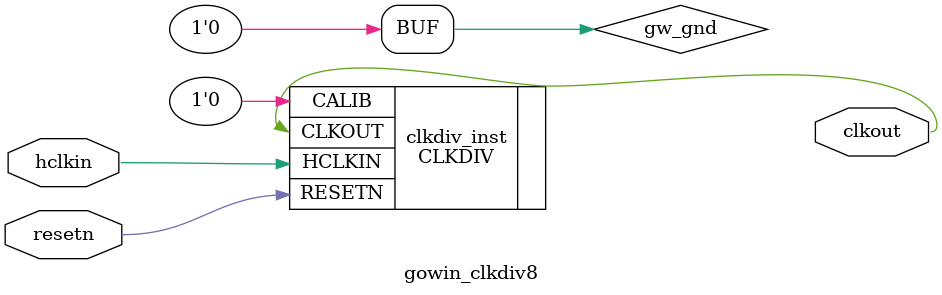
<source format=v>

module gowin_clkdiv8 (clkout, hclkin, resetn);

output clkout;
input hclkin;
input resetn;

wire gw_gnd;

assign gw_gnd = 1'b0;

CLKDIV clkdiv_inst (
    .CLKOUT(clkout),
    .HCLKIN(hclkin),
    .RESETN(resetn),
    .CALIB(gw_gnd)
);

defparam clkdiv_inst.DIV_MODE = "8";
defparam clkdiv_inst.GSREN = "false";

endmodule //gowin_clkdiv8

</source>
